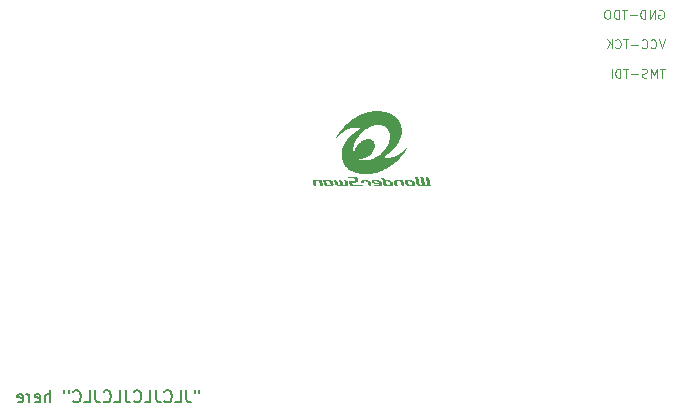
<source format=gbr>
%TF.GenerationSoftware,KiCad,Pcbnew,9.0.1*%
%TF.CreationDate,2025-04-21T15:30:43-04:00*%
%TF.ProjectId,AliWSV3,416c6957-5356-4332-9e6b-696361645f70,rev?*%
%TF.SameCoordinates,Original*%
%TF.FileFunction,Legend,Bot*%
%TF.FilePolarity,Positive*%
%FSLAX46Y46*%
G04 Gerber Fmt 4.6, Leading zero omitted, Abs format (unit mm)*
G04 Created by KiCad (PCBNEW 9.0.1) date 2025-04-21 15:30:43*
%MOMM*%
%LPD*%
G01*
G04 APERTURE LIST*
%ADD10C,0.093750*%
%ADD11C,0.150000*%
%ADD12C,0.000000*%
G04 APERTURE END LIST*
D10*
X154866894Y-122153339D02*
X154438323Y-122153339D01*
X154652608Y-122903339D02*
X154652608Y-122153339D01*
X154188322Y-122903339D02*
X154188322Y-122153339D01*
X154188322Y-122153339D02*
X153938322Y-122689053D01*
X153938322Y-122689053D02*
X153688322Y-122153339D01*
X153688322Y-122153339D02*
X153688322Y-122903339D01*
X153366893Y-122867625D02*
X153259751Y-122903339D01*
X153259751Y-122903339D02*
X153081179Y-122903339D01*
X153081179Y-122903339D02*
X153009751Y-122867625D01*
X153009751Y-122867625D02*
X152974036Y-122831910D01*
X152974036Y-122831910D02*
X152938322Y-122760482D01*
X152938322Y-122760482D02*
X152938322Y-122689053D01*
X152938322Y-122689053D02*
X152974036Y-122617625D01*
X152974036Y-122617625D02*
X153009751Y-122581910D01*
X153009751Y-122581910D02*
X153081179Y-122546196D01*
X153081179Y-122546196D02*
X153224036Y-122510482D01*
X153224036Y-122510482D02*
X153295465Y-122474767D01*
X153295465Y-122474767D02*
X153331179Y-122439053D01*
X153331179Y-122439053D02*
X153366893Y-122367625D01*
X153366893Y-122367625D02*
X153366893Y-122296196D01*
X153366893Y-122296196D02*
X153331179Y-122224767D01*
X153331179Y-122224767D02*
X153295465Y-122189053D01*
X153295465Y-122189053D02*
X153224036Y-122153339D01*
X153224036Y-122153339D02*
X153045465Y-122153339D01*
X153045465Y-122153339D02*
X152938322Y-122189053D01*
X152616893Y-122617625D02*
X152045465Y-122617625D01*
X151795465Y-122153339D02*
X151366894Y-122153339D01*
X151581179Y-122903339D02*
X151581179Y-122153339D01*
X151116893Y-122903339D02*
X151116893Y-122153339D01*
X151116893Y-122153339D02*
X150938322Y-122153339D01*
X150938322Y-122153339D02*
X150831179Y-122189053D01*
X150831179Y-122189053D02*
X150759750Y-122260482D01*
X150759750Y-122260482D02*
X150724036Y-122331910D01*
X150724036Y-122331910D02*
X150688322Y-122474767D01*
X150688322Y-122474767D02*
X150688322Y-122581910D01*
X150688322Y-122581910D02*
X150724036Y-122724767D01*
X150724036Y-122724767D02*
X150759750Y-122796196D01*
X150759750Y-122796196D02*
X150831179Y-122867625D01*
X150831179Y-122867625D02*
X150938322Y-122903339D01*
X150938322Y-122903339D02*
X151116893Y-122903339D01*
X150366893Y-122903339D02*
X150366893Y-122153339D01*
D11*
X115460839Y-149369819D02*
X115460839Y-149560295D01*
X115079887Y-149369819D02*
X115079887Y-149560295D01*
X114365601Y-149369819D02*
X114365601Y-150084104D01*
X114365601Y-150084104D02*
X114413220Y-150226961D01*
X114413220Y-150226961D02*
X114508458Y-150322200D01*
X114508458Y-150322200D02*
X114651315Y-150369819D01*
X114651315Y-150369819D02*
X114746553Y-150369819D01*
X113413220Y-150369819D02*
X113889410Y-150369819D01*
X113889410Y-150369819D02*
X113889410Y-149369819D01*
X112508458Y-150274580D02*
X112556077Y-150322200D01*
X112556077Y-150322200D02*
X112698934Y-150369819D01*
X112698934Y-150369819D02*
X112794172Y-150369819D01*
X112794172Y-150369819D02*
X112937029Y-150322200D01*
X112937029Y-150322200D02*
X113032267Y-150226961D01*
X113032267Y-150226961D02*
X113079886Y-150131723D01*
X113079886Y-150131723D02*
X113127505Y-149941247D01*
X113127505Y-149941247D02*
X113127505Y-149798390D01*
X113127505Y-149798390D02*
X113079886Y-149607914D01*
X113079886Y-149607914D02*
X113032267Y-149512676D01*
X113032267Y-149512676D02*
X112937029Y-149417438D01*
X112937029Y-149417438D02*
X112794172Y-149369819D01*
X112794172Y-149369819D02*
X112698934Y-149369819D01*
X112698934Y-149369819D02*
X112556077Y-149417438D01*
X112556077Y-149417438D02*
X112508458Y-149465057D01*
X111794172Y-149369819D02*
X111794172Y-150084104D01*
X111794172Y-150084104D02*
X111841791Y-150226961D01*
X111841791Y-150226961D02*
X111937029Y-150322200D01*
X111937029Y-150322200D02*
X112079886Y-150369819D01*
X112079886Y-150369819D02*
X112175124Y-150369819D01*
X110841791Y-150369819D02*
X111317981Y-150369819D01*
X111317981Y-150369819D02*
X111317981Y-149369819D01*
X109937029Y-150274580D02*
X109984648Y-150322200D01*
X109984648Y-150322200D02*
X110127505Y-150369819D01*
X110127505Y-150369819D02*
X110222743Y-150369819D01*
X110222743Y-150369819D02*
X110365600Y-150322200D01*
X110365600Y-150322200D02*
X110460838Y-150226961D01*
X110460838Y-150226961D02*
X110508457Y-150131723D01*
X110508457Y-150131723D02*
X110556076Y-149941247D01*
X110556076Y-149941247D02*
X110556076Y-149798390D01*
X110556076Y-149798390D02*
X110508457Y-149607914D01*
X110508457Y-149607914D02*
X110460838Y-149512676D01*
X110460838Y-149512676D02*
X110365600Y-149417438D01*
X110365600Y-149417438D02*
X110222743Y-149369819D01*
X110222743Y-149369819D02*
X110127505Y-149369819D01*
X110127505Y-149369819D02*
X109984648Y-149417438D01*
X109984648Y-149417438D02*
X109937029Y-149465057D01*
X109222743Y-149369819D02*
X109222743Y-150084104D01*
X109222743Y-150084104D02*
X109270362Y-150226961D01*
X109270362Y-150226961D02*
X109365600Y-150322200D01*
X109365600Y-150322200D02*
X109508457Y-150369819D01*
X109508457Y-150369819D02*
X109603695Y-150369819D01*
X108270362Y-150369819D02*
X108746552Y-150369819D01*
X108746552Y-150369819D02*
X108746552Y-149369819D01*
X107365600Y-150274580D02*
X107413219Y-150322200D01*
X107413219Y-150322200D02*
X107556076Y-150369819D01*
X107556076Y-150369819D02*
X107651314Y-150369819D01*
X107651314Y-150369819D02*
X107794171Y-150322200D01*
X107794171Y-150322200D02*
X107889409Y-150226961D01*
X107889409Y-150226961D02*
X107937028Y-150131723D01*
X107937028Y-150131723D02*
X107984647Y-149941247D01*
X107984647Y-149941247D02*
X107984647Y-149798390D01*
X107984647Y-149798390D02*
X107937028Y-149607914D01*
X107937028Y-149607914D02*
X107889409Y-149512676D01*
X107889409Y-149512676D02*
X107794171Y-149417438D01*
X107794171Y-149417438D02*
X107651314Y-149369819D01*
X107651314Y-149369819D02*
X107556076Y-149369819D01*
X107556076Y-149369819D02*
X107413219Y-149417438D01*
X107413219Y-149417438D02*
X107365600Y-149465057D01*
X106651314Y-149369819D02*
X106651314Y-150084104D01*
X106651314Y-150084104D02*
X106698933Y-150226961D01*
X106698933Y-150226961D02*
X106794171Y-150322200D01*
X106794171Y-150322200D02*
X106937028Y-150369819D01*
X106937028Y-150369819D02*
X107032266Y-150369819D01*
X105698933Y-150369819D02*
X106175123Y-150369819D01*
X106175123Y-150369819D02*
X106175123Y-149369819D01*
X104794171Y-150274580D02*
X104841790Y-150322200D01*
X104841790Y-150322200D02*
X104984647Y-150369819D01*
X104984647Y-150369819D02*
X105079885Y-150369819D01*
X105079885Y-150369819D02*
X105222742Y-150322200D01*
X105222742Y-150322200D02*
X105317980Y-150226961D01*
X105317980Y-150226961D02*
X105365599Y-150131723D01*
X105365599Y-150131723D02*
X105413218Y-149941247D01*
X105413218Y-149941247D02*
X105413218Y-149798390D01*
X105413218Y-149798390D02*
X105365599Y-149607914D01*
X105365599Y-149607914D02*
X105317980Y-149512676D01*
X105317980Y-149512676D02*
X105222742Y-149417438D01*
X105222742Y-149417438D02*
X105079885Y-149369819D01*
X105079885Y-149369819D02*
X104984647Y-149369819D01*
X104984647Y-149369819D02*
X104841790Y-149417438D01*
X104841790Y-149417438D02*
X104794171Y-149465057D01*
X104413218Y-149369819D02*
X104413218Y-149560295D01*
X104032266Y-149369819D02*
X104032266Y-149560295D01*
X102841789Y-150369819D02*
X102841789Y-149369819D01*
X102413218Y-150369819D02*
X102413218Y-149846009D01*
X102413218Y-149846009D02*
X102460837Y-149750771D01*
X102460837Y-149750771D02*
X102556075Y-149703152D01*
X102556075Y-149703152D02*
X102698932Y-149703152D01*
X102698932Y-149703152D02*
X102794170Y-149750771D01*
X102794170Y-149750771D02*
X102841789Y-149798390D01*
X101556075Y-150322200D02*
X101651313Y-150369819D01*
X101651313Y-150369819D02*
X101841789Y-150369819D01*
X101841789Y-150369819D02*
X101937027Y-150322200D01*
X101937027Y-150322200D02*
X101984646Y-150226961D01*
X101984646Y-150226961D02*
X101984646Y-149846009D01*
X101984646Y-149846009D02*
X101937027Y-149750771D01*
X101937027Y-149750771D02*
X101841789Y-149703152D01*
X101841789Y-149703152D02*
X101651313Y-149703152D01*
X101651313Y-149703152D02*
X101556075Y-149750771D01*
X101556075Y-149750771D02*
X101508456Y-149846009D01*
X101508456Y-149846009D02*
X101508456Y-149941247D01*
X101508456Y-149941247D02*
X101984646Y-150036485D01*
X101079884Y-150369819D02*
X101079884Y-149703152D01*
X101079884Y-149893628D02*
X101032265Y-149798390D01*
X101032265Y-149798390D02*
X100984646Y-149750771D01*
X100984646Y-149750771D02*
X100889408Y-149703152D01*
X100889408Y-149703152D02*
X100794170Y-149703152D01*
X100079884Y-150322200D02*
X100175122Y-150369819D01*
X100175122Y-150369819D02*
X100365598Y-150369819D01*
X100365598Y-150369819D02*
X100460836Y-150322200D01*
X100460836Y-150322200D02*
X100508455Y-150226961D01*
X100508455Y-150226961D02*
X100508455Y-149846009D01*
X100508455Y-149846009D02*
X100460836Y-149750771D01*
X100460836Y-149750771D02*
X100365598Y-149703152D01*
X100365598Y-149703152D02*
X100175122Y-149703152D01*
X100175122Y-149703152D02*
X100079884Y-149750771D01*
X100079884Y-149750771D02*
X100032265Y-149846009D01*
X100032265Y-149846009D02*
X100032265Y-149941247D01*
X100032265Y-149941247D02*
X100508455Y-150036485D01*
D10*
X154366894Y-117189053D02*
X154438323Y-117153339D01*
X154438323Y-117153339D02*
X154545465Y-117153339D01*
X154545465Y-117153339D02*
X154652608Y-117189053D01*
X154652608Y-117189053D02*
X154724037Y-117260482D01*
X154724037Y-117260482D02*
X154759751Y-117331910D01*
X154759751Y-117331910D02*
X154795465Y-117474767D01*
X154795465Y-117474767D02*
X154795465Y-117581910D01*
X154795465Y-117581910D02*
X154759751Y-117724767D01*
X154759751Y-117724767D02*
X154724037Y-117796196D01*
X154724037Y-117796196D02*
X154652608Y-117867625D01*
X154652608Y-117867625D02*
X154545465Y-117903339D01*
X154545465Y-117903339D02*
X154474037Y-117903339D01*
X154474037Y-117903339D02*
X154366894Y-117867625D01*
X154366894Y-117867625D02*
X154331180Y-117831910D01*
X154331180Y-117831910D02*
X154331180Y-117581910D01*
X154331180Y-117581910D02*
X154474037Y-117581910D01*
X154009751Y-117903339D02*
X154009751Y-117153339D01*
X154009751Y-117153339D02*
X153581180Y-117903339D01*
X153581180Y-117903339D02*
X153581180Y-117153339D01*
X153224037Y-117903339D02*
X153224037Y-117153339D01*
X153224037Y-117153339D02*
X153045466Y-117153339D01*
X153045466Y-117153339D02*
X152938323Y-117189053D01*
X152938323Y-117189053D02*
X152866894Y-117260482D01*
X152866894Y-117260482D02*
X152831180Y-117331910D01*
X152831180Y-117331910D02*
X152795466Y-117474767D01*
X152795466Y-117474767D02*
X152795466Y-117581910D01*
X152795466Y-117581910D02*
X152831180Y-117724767D01*
X152831180Y-117724767D02*
X152866894Y-117796196D01*
X152866894Y-117796196D02*
X152938323Y-117867625D01*
X152938323Y-117867625D02*
X153045466Y-117903339D01*
X153045466Y-117903339D02*
X153224037Y-117903339D01*
X152474037Y-117617625D02*
X151902609Y-117617625D01*
X151652609Y-117153339D02*
X151224038Y-117153339D01*
X151438323Y-117903339D02*
X151438323Y-117153339D01*
X150974037Y-117903339D02*
X150974037Y-117153339D01*
X150974037Y-117153339D02*
X150795466Y-117153339D01*
X150795466Y-117153339D02*
X150688323Y-117189053D01*
X150688323Y-117189053D02*
X150616894Y-117260482D01*
X150616894Y-117260482D02*
X150581180Y-117331910D01*
X150581180Y-117331910D02*
X150545466Y-117474767D01*
X150545466Y-117474767D02*
X150545466Y-117581910D01*
X150545466Y-117581910D02*
X150581180Y-117724767D01*
X150581180Y-117724767D02*
X150616894Y-117796196D01*
X150616894Y-117796196D02*
X150688323Y-117867625D01*
X150688323Y-117867625D02*
X150795466Y-117903339D01*
X150795466Y-117903339D02*
X150974037Y-117903339D01*
X150081180Y-117153339D02*
X149938323Y-117153339D01*
X149938323Y-117153339D02*
X149866894Y-117189053D01*
X149866894Y-117189053D02*
X149795466Y-117260482D01*
X149795466Y-117260482D02*
X149759751Y-117403339D01*
X149759751Y-117403339D02*
X149759751Y-117653339D01*
X149759751Y-117653339D02*
X149795466Y-117796196D01*
X149795466Y-117796196D02*
X149866894Y-117867625D01*
X149866894Y-117867625D02*
X149938323Y-117903339D01*
X149938323Y-117903339D02*
X150081180Y-117903339D01*
X150081180Y-117903339D02*
X150152609Y-117867625D01*
X150152609Y-117867625D02*
X150224037Y-117796196D01*
X150224037Y-117796196D02*
X150259751Y-117653339D01*
X150259751Y-117653339D02*
X150259751Y-117403339D01*
X150259751Y-117403339D02*
X150224037Y-117260482D01*
X150224037Y-117260482D02*
X150152609Y-117189053D01*
X150152609Y-117189053D02*
X150081180Y-117153339D01*
X154866894Y-119653339D02*
X154616894Y-120403339D01*
X154616894Y-120403339D02*
X154366894Y-119653339D01*
X153688323Y-120331910D02*
X153724037Y-120367625D01*
X153724037Y-120367625D02*
X153831180Y-120403339D01*
X153831180Y-120403339D02*
X153902608Y-120403339D01*
X153902608Y-120403339D02*
X154009751Y-120367625D01*
X154009751Y-120367625D02*
X154081180Y-120296196D01*
X154081180Y-120296196D02*
X154116894Y-120224767D01*
X154116894Y-120224767D02*
X154152608Y-120081910D01*
X154152608Y-120081910D02*
X154152608Y-119974767D01*
X154152608Y-119974767D02*
X154116894Y-119831910D01*
X154116894Y-119831910D02*
X154081180Y-119760482D01*
X154081180Y-119760482D02*
X154009751Y-119689053D01*
X154009751Y-119689053D02*
X153902608Y-119653339D01*
X153902608Y-119653339D02*
X153831180Y-119653339D01*
X153831180Y-119653339D02*
X153724037Y-119689053D01*
X153724037Y-119689053D02*
X153688323Y-119724767D01*
X152938323Y-120331910D02*
X152974037Y-120367625D01*
X152974037Y-120367625D02*
X153081180Y-120403339D01*
X153081180Y-120403339D02*
X153152608Y-120403339D01*
X153152608Y-120403339D02*
X153259751Y-120367625D01*
X153259751Y-120367625D02*
X153331180Y-120296196D01*
X153331180Y-120296196D02*
X153366894Y-120224767D01*
X153366894Y-120224767D02*
X153402608Y-120081910D01*
X153402608Y-120081910D02*
X153402608Y-119974767D01*
X153402608Y-119974767D02*
X153366894Y-119831910D01*
X153366894Y-119831910D02*
X153331180Y-119760482D01*
X153331180Y-119760482D02*
X153259751Y-119689053D01*
X153259751Y-119689053D02*
X153152608Y-119653339D01*
X153152608Y-119653339D02*
X153081180Y-119653339D01*
X153081180Y-119653339D02*
X152974037Y-119689053D01*
X152974037Y-119689053D02*
X152938323Y-119724767D01*
X152616894Y-120117625D02*
X152045466Y-120117625D01*
X151795466Y-119653339D02*
X151366895Y-119653339D01*
X151581180Y-120403339D02*
X151581180Y-119653339D01*
X150688323Y-120331910D02*
X150724037Y-120367625D01*
X150724037Y-120367625D02*
X150831180Y-120403339D01*
X150831180Y-120403339D02*
X150902608Y-120403339D01*
X150902608Y-120403339D02*
X151009751Y-120367625D01*
X151009751Y-120367625D02*
X151081180Y-120296196D01*
X151081180Y-120296196D02*
X151116894Y-120224767D01*
X151116894Y-120224767D02*
X151152608Y-120081910D01*
X151152608Y-120081910D02*
X151152608Y-119974767D01*
X151152608Y-119974767D02*
X151116894Y-119831910D01*
X151116894Y-119831910D02*
X151081180Y-119760482D01*
X151081180Y-119760482D02*
X151009751Y-119689053D01*
X151009751Y-119689053D02*
X150902608Y-119653339D01*
X150902608Y-119653339D02*
X150831180Y-119653339D01*
X150831180Y-119653339D02*
X150724037Y-119689053D01*
X150724037Y-119689053D02*
X150688323Y-119724767D01*
X150366894Y-120403339D02*
X150366894Y-119653339D01*
X149938323Y-120403339D02*
X150259751Y-119974767D01*
X149938323Y-119653339D02*
X150366894Y-120081910D01*
D12*
%TO.C,G\u002A\u002A\u002A*%
G36*
X129844406Y-131653154D02*
G01*
X129848780Y-131656216D01*
X129872292Y-131672766D01*
X129894229Y-131688356D01*
X129914124Y-131702644D01*
X129931507Y-131715287D01*
X129945911Y-131725942D01*
X129956866Y-131734265D01*
X129963904Y-131739915D01*
X129966556Y-131742548D01*
X129966988Y-131744331D01*
X129968595Y-131751510D01*
X129971236Y-131763578D01*
X129974796Y-131779996D01*
X129979159Y-131800222D01*
X129984207Y-131823718D01*
X129989824Y-131849944D01*
X129995895Y-131878361D01*
X130002304Y-131908428D01*
X130006245Y-131926941D01*
X130012524Y-131956419D01*
X130018421Y-131984088D01*
X130023816Y-132009383D01*
X130028587Y-132031735D01*
X130032613Y-132050580D01*
X130035774Y-132065350D01*
X130037949Y-132075479D01*
X130039016Y-132080399D01*
X130041483Y-132091499D01*
X129912790Y-132090731D01*
X129784097Y-132089962D01*
X129749467Y-131927614D01*
X129745181Y-131907516D01*
X129738912Y-131878079D01*
X129733051Y-131850524D01*
X129727716Y-131825405D01*
X129723026Y-131803280D01*
X129719097Y-131784704D01*
X129716049Y-131770234D01*
X129713998Y-131760424D01*
X129713063Y-131755832D01*
X129712852Y-131754883D01*
X129711617Y-131751822D01*
X129709120Y-131748359D01*
X129704846Y-131744077D01*
X129698278Y-131738558D01*
X129688898Y-131731385D01*
X129676190Y-131722139D01*
X129659638Y-131710404D01*
X129638724Y-131695761D01*
X129566158Y-131645126D01*
X129506736Y-131646184D01*
X129490001Y-131646553D01*
X129469878Y-131647377D01*
X129454120Y-131648762D01*
X129441814Y-131650956D01*
X129432046Y-131654208D01*
X129423903Y-131658764D01*
X129416473Y-131664874D01*
X129408842Y-131672785D01*
X129405247Y-131676936D01*
X129395550Y-131691469D01*
X129390357Y-131706927D01*
X129388866Y-131725418D01*
X129389354Y-131736277D01*
X129391219Y-131746941D01*
X129394999Y-131757775D01*
X129401237Y-131770295D01*
X129410474Y-131786021D01*
X129411499Y-131787707D01*
X129416941Y-131797069D01*
X129420774Y-131804359D01*
X129422225Y-131808120D01*
X129421045Y-131808709D01*
X129414548Y-131809510D01*
X129402633Y-131810147D01*
X129385600Y-131810610D01*
X129363743Y-131810889D01*
X129337361Y-131810974D01*
X129252498Y-131810928D01*
X129192724Y-131769188D01*
X129132951Y-131727449D01*
X129133056Y-131715364D01*
X129133310Y-131709099D01*
X129137303Y-131685521D01*
X129145521Y-131661649D01*
X129157185Y-131639404D01*
X129171515Y-131620705D01*
X129180239Y-131611999D01*
X129196817Y-131598577D01*
X129215322Y-131587919D01*
X129237739Y-131578767D01*
X129261353Y-131570450D01*
X129492556Y-131569609D01*
X129723759Y-131568769D01*
X129844406Y-131653154D01*
G37*
G36*
X133738553Y-132000025D02*
G01*
X133741301Y-132014709D01*
X133743038Y-132024847D01*
X133743641Y-132029828D01*
X133741693Y-132044266D01*
X133734522Y-132060453D01*
X133722716Y-132074167D01*
X133706955Y-132084399D01*
X133691963Y-132091380D01*
X133421099Y-132091409D01*
X133150235Y-132091438D01*
X133028454Y-132006143D01*
X132906673Y-131920848D01*
X132876350Y-131777958D01*
X132874365Y-131768594D01*
X132867485Y-131735914D01*
X132861789Y-131708415D01*
X132857194Y-131685638D01*
X132855711Y-131677962D01*
X133114228Y-131677962D01*
X133114233Y-131678150D01*
X133114941Y-131683627D01*
X133116717Y-131693826D01*
X133119402Y-131707998D01*
X133122836Y-131725390D01*
X133126861Y-131745254D01*
X133131316Y-131766837D01*
X133136042Y-131789389D01*
X133140880Y-131812160D01*
X133145671Y-131834398D01*
X133150254Y-131855352D01*
X133154471Y-131874273D01*
X133158162Y-131890410D01*
X133161168Y-131903010D01*
X133163328Y-131911325D01*
X133164484Y-131914602D01*
X133164635Y-131914720D01*
X133168226Y-131917296D01*
X133175930Y-131922721D01*
X133187112Y-131930553D01*
X133201137Y-131940347D01*
X133217371Y-131951659D01*
X133235178Y-131964045D01*
X133303809Y-132011740D01*
X133381291Y-132011674D01*
X133400520Y-132011637D01*
X133420067Y-132011511D01*
X133434985Y-132011256D01*
X133445988Y-132010828D01*
X133453785Y-132010183D01*
X133459090Y-132009277D01*
X133462614Y-132008067D01*
X133465069Y-132006509D01*
X133467766Y-132004093D01*
X133475241Y-131993444D01*
X133477925Y-131981678D01*
X133477879Y-131981065D01*
X133476962Y-131975319D01*
X133474967Y-131964642D01*
X133472028Y-131949697D01*
X133468279Y-131931148D01*
X133463853Y-131909659D01*
X133458885Y-131885893D01*
X133453508Y-131860514D01*
X133429126Y-131746184D01*
X133357443Y-131695952D01*
X133285759Y-131645720D01*
X133214049Y-131645720D01*
X133209908Y-131645724D01*
X133186555Y-131645904D01*
X133166581Y-131646336D01*
X133150616Y-131646994D01*
X133139291Y-131647855D01*
X133133238Y-131648893D01*
X133123415Y-131654935D01*
X133116577Y-131665136D01*
X133114228Y-131677962D01*
X132855711Y-131677962D01*
X132853617Y-131667123D01*
X132850972Y-131652410D01*
X132849177Y-131641040D01*
X132848149Y-131632551D01*
X132847802Y-131626484D01*
X132848055Y-131622380D01*
X132850216Y-131613923D01*
X132857717Y-131598738D01*
X132868610Y-131585343D01*
X132881428Y-131575784D01*
X132894437Y-131568974D01*
X133168038Y-131568974D01*
X133441638Y-131568974D01*
X133562623Y-131653626D01*
X133683608Y-131738278D01*
X133713635Y-131878699D01*
X133713870Y-131879795D01*
X133719860Y-131908045D01*
X133725445Y-131934804D01*
X133730503Y-131959461D01*
X133734913Y-131981405D01*
X133734966Y-131981678D01*
X133738553Y-132000025D01*
G37*
G36*
X126090702Y-131566892D02*
G01*
X126125657Y-131566967D01*
X126163105Y-131567096D01*
X126202652Y-131567280D01*
X126243904Y-131567520D01*
X126292120Y-131567831D01*
X126337313Y-131568139D01*
X126377331Y-131568448D01*
X126412547Y-131568776D01*
X126443332Y-131569141D01*
X126470062Y-131569562D01*
X126493107Y-131570057D01*
X126512841Y-131570645D01*
X126529637Y-131571345D01*
X126543868Y-131572174D01*
X126555906Y-131573152D01*
X126566125Y-131574296D01*
X126574897Y-131575627D01*
X126582595Y-131577161D01*
X126589592Y-131578917D01*
X126596262Y-131580915D01*
X126602975Y-131583172D01*
X126610107Y-131585707D01*
X126632002Y-131594370D01*
X126668674Y-131613203D01*
X126701896Y-131636421D01*
X126732466Y-131664539D01*
X126740003Y-131672586D01*
X126761968Y-131699027D01*
X126780085Y-131726314D01*
X126794793Y-131755412D01*
X126806530Y-131787285D01*
X126815736Y-131822897D01*
X126822848Y-131863212D01*
X126826655Y-131899393D01*
X126826958Y-131935559D01*
X126823113Y-131967775D01*
X126815087Y-131996209D01*
X126802846Y-132021025D01*
X126786356Y-132042390D01*
X126785629Y-132043153D01*
X126767834Y-132058707D01*
X126747180Y-132070925D01*
X126722775Y-132080239D01*
X126693724Y-132087080D01*
X126688416Y-132087854D01*
X126675409Y-132088988D01*
X126657322Y-132089880D01*
X126633950Y-132090537D01*
X126605088Y-132090965D01*
X126570530Y-132091171D01*
X126468412Y-132091438D01*
X126412611Y-132052327D01*
X126356809Y-132013216D01*
X126432079Y-132011740D01*
X126447801Y-132011427D01*
X126467392Y-132010988D01*
X126482422Y-132010520D01*
X126493698Y-132009938D01*
X126502030Y-132009160D01*
X126508228Y-132008100D01*
X126513101Y-132006676D01*
X126517458Y-132004802D01*
X126522108Y-132002395D01*
X126526790Y-131999747D01*
X126545882Y-131985140D01*
X126560790Y-131967004D01*
X126570981Y-131946123D01*
X126575921Y-131923284D01*
X126576028Y-131917886D01*
X126575048Y-131905182D01*
X126572841Y-131888749D01*
X126569649Y-131869796D01*
X126565712Y-131849535D01*
X126561271Y-131829175D01*
X126556568Y-131809927D01*
X126551842Y-131793002D01*
X126547335Y-131779610D01*
X126541239Y-131765432D01*
X126524194Y-131736203D01*
X126502713Y-131710224D01*
X126477418Y-131687992D01*
X126448929Y-131670009D01*
X126417866Y-131656775D01*
X126384851Y-131648788D01*
X126376642Y-131647870D01*
X126361300Y-131646948D01*
X126341486Y-131646363D01*
X126318009Y-131646136D01*
X126291676Y-131646290D01*
X126220639Y-131647196D01*
X126267155Y-131864151D01*
X126267522Y-131865861D01*
X126274993Y-131900769D01*
X126282090Y-131934043D01*
X126288718Y-131965225D01*
X126294780Y-131993853D01*
X126300178Y-132019470D01*
X126304816Y-132041614D01*
X126308598Y-132059826D01*
X126311427Y-132073646D01*
X126313207Y-132082615D01*
X126313840Y-132086272D01*
X126313752Y-132087117D01*
X126312934Y-132088219D01*
X126310835Y-132089117D01*
X126306942Y-132089830D01*
X126300741Y-132090382D01*
X126291718Y-132090791D01*
X126279359Y-132091079D01*
X126263152Y-132091267D01*
X126242582Y-132091376D01*
X126217135Y-132091426D01*
X126186299Y-132091438D01*
X126058590Y-132091438D01*
X126003146Y-131830944D01*
X126002931Y-131829936D01*
X125994795Y-131791676D01*
X125987025Y-131755070D01*
X125979707Y-131720531D01*
X125972928Y-131688470D01*
X125966775Y-131659300D01*
X125961334Y-131633432D01*
X125956692Y-131611278D01*
X125952935Y-131593250D01*
X125950151Y-131579760D01*
X125948425Y-131571219D01*
X125947845Y-131568041D01*
X125949024Y-131567834D01*
X125955463Y-131567547D01*
X125967161Y-131567311D01*
X125983722Y-131567124D01*
X126004751Y-131566988D01*
X126029855Y-131566904D01*
X126058636Y-131566871D01*
X126090702Y-131566892D01*
G37*
G36*
X125716958Y-131569340D02*
G01*
X125741897Y-131569400D01*
X125763003Y-131569506D01*
X125780599Y-131569664D01*
X125795005Y-131569876D01*
X125806543Y-131570149D01*
X125815534Y-131570485D01*
X125822299Y-131570889D01*
X125827159Y-131571365D01*
X125830437Y-131571918D01*
X125832453Y-131572551D01*
X125833528Y-131573270D01*
X125833984Y-131574078D01*
X125834565Y-131576559D01*
X125836322Y-131584517D01*
X125839140Y-131597480D01*
X125842927Y-131615021D01*
X125847593Y-131636715D01*
X125853047Y-131662135D01*
X125859195Y-131690855D01*
X125865948Y-131722448D01*
X125873214Y-131756488D01*
X125880901Y-131792550D01*
X125888918Y-131830206D01*
X125895403Y-131860671D01*
X125903161Y-131897072D01*
X125910516Y-131931534D01*
X125917377Y-131963630D01*
X125923651Y-131992935D01*
X125929248Y-132019022D01*
X125934076Y-132041465D01*
X125938043Y-132059837D01*
X125941058Y-132073713D01*
X125943030Y-132082667D01*
X125943867Y-132086272D01*
X125944079Y-132087499D01*
X125943382Y-132088867D01*
X125940907Y-132089876D01*
X125935966Y-132090582D01*
X125927872Y-132091037D01*
X125915937Y-132091295D01*
X125899473Y-132091411D01*
X125877793Y-132091438D01*
X125810151Y-132091438D01*
X125739599Y-132042178D01*
X125734949Y-132038929D01*
X125717258Y-132026517D01*
X125701313Y-132015253D01*
X125687736Y-132005581D01*
X125677148Y-131997944D01*
X125670167Y-131992787D01*
X125667415Y-131990553D01*
X125666617Y-131987700D01*
X125664685Y-131979532D01*
X125661747Y-131966577D01*
X125657917Y-131949346D01*
X125653306Y-131928350D01*
X125648028Y-131904102D01*
X125642193Y-131877112D01*
X125635915Y-131847893D01*
X125629305Y-131816954D01*
X125592827Y-131645720D01*
X125474835Y-131645720D01*
X125442125Y-131645782D01*
X125414028Y-131645979D01*
X125391144Y-131646321D01*
X125373124Y-131646819D01*
X125359621Y-131647481D01*
X125350284Y-131648318D01*
X125344765Y-131649339D01*
X125338126Y-131651885D01*
X125324317Y-131661309D01*
X125313739Y-131674594D01*
X125307547Y-131690462D01*
X125307272Y-131691780D01*
X125306714Y-131695154D01*
X125306425Y-131698907D01*
X125306487Y-131703486D01*
X125306981Y-131709343D01*
X125307988Y-131716926D01*
X125309589Y-131726685D01*
X125311865Y-131739069D01*
X125314898Y-131754528D01*
X125318769Y-131773510D01*
X125323559Y-131796466D01*
X125329348Y-131823845D01*
X125336219Y-131856096D01*
X125344253Y-131893669D01*
X125346605Y-131904656D01*
X125353465Y-131936656D01*
X125359955Y-131966862D01*
X125365967Y-131994778D01*
X125371393Y-132019906D01*
X125376125Y-132041747D01*
X125380057Y-132059805D01*
X125383079Y-132073582D01*
X125385085Y-132082581D01*
X125385967Y-132086303D01*
X125386119Y-132087341D01*
X125385508Y-132088403D01*
X125383544Y-132089259D01*
X125379721Y-132089923D01*
X125373535Y-132090416D01*
X125364479Y-132090753D01*
X125352048Y-132090954D01*
X125335736Y-132091034D01*
X125315038Y-132091012D01*
X125289448Y-132090905D01*
X125258460Y-132090731D01*
X125129350Y-132089962D01*
X125088449Y-131899573D01*
X125081087Y-131865238D01*
X125073836Y-131831228D01*
X125067698Y-131802145D01*
X125062588Y-131777541D01*
X125058422Y-131756971D01*
X125055115Y-131739989D01*
X125052584Y-131726148D01*
X125050744Y-131715002D01*
X125049512Y-131706104D01*
X125048802Y-131699009D01*
X125048530Y-131693270D01*
X125048614Y-131688440D01*
X125052227Y-131666656D01*
X125061384Y-131644571D01*
X125075635Y-131624283D01*
X125094602Y-131606223D01*
X125117908Y-131590820D01*
X125145173Y-131578505D01*
X125167245Y-131570450D01*
X125499839Y-131569651D01*
X125523536Y-131569594D01*
X125572455Y-131569484D01*
X125615936Y-131569399D01*
X125654299Y-131569344D01*
X125687866Y-131569323D01*
X125716958Y-131569340D01*
G37*
G36*
X132339560Y-131568969D02*
G01*
X132391720Y-131568974D01*
X132718139Y-131568974D01*
X132773370Y-131827992D01*
X132781472Y-131866013D01*
X132789248Y-131902553D01*
X132796576Y-131937034D01*
X132803368Y-131969043D01*
X132809537Y-131998167D01*
X132814996Y-132023994D01*
X132819657Y-132046111D01*
X132823434Y-132064105D01*
X132826239Y-132077563D01*
X132827985Y-132086074D01*
X132828585Y-132089224D01*
X132827783Y-132089565D01*
X132822189Y-132090166D01*
X132811960Y-132090681D01*
X132797927Y-132091083D01*
X132780922Y-132091344D01*
X132761775Y-132091438D01*
X132694981Y-132091438D01*
X132623386Y-132041352D01*
X132606400Y-132029391D01*
X132586149Y-132014834D01*
X132570575Y-132003208D01*
X132559500Y-131994374D01*
X132552744Y-131988195D01*
X132550128Y-131984530D01*
X132549688Y-131982586D01*
X132548063Y-131975134D01*
X132545403Y-131962800D01*
X132541826Y-131946132D01*
X132537449Y-131925676D01*
X132532389Y-131901980D01*
X132526762Y-131875591D01*
X132520687Y-131847056D01*
X132514279Y-131816923D01*
X132510143Y-131797477D01*
X132503943Y-131768396D01*
X132498152Y-131741307D01*
X132492886Y-131716752D01*
X132488261Y-131695270D01*
X132484394Y-131677402D01*
X132481400Y-131663689D01*
X132479397Y-131654670D01*
X132478501Y-131650886D01*
X132478446Y-131650719D01*
X132477635Y-131649449D01*
X132475819Y-131648414D01*
X132472452Y-131647590D01*
X132466992Y-131646953D01*
X132458893Y-131646479D01*
X132447611Y-131646145D01*
X132432603Y-131645928D01*
X132413324Y-131645803D01*
X132389230Y-131645747D01*
X132359777Y-131645737D01*
X132342846Y-131645761D01*
X132313090Y-131645930D01*
X132287295Y-131646249D01*
X132265850Y-131646710D01*
X132249142Y-131647303D01*
X132237560Y-131648020D01*
X132231493Y-131648849D01*
X132224965Y-131651335D01*
X132212691Y-131659065D01*
X132201990Y-131669313D01*
X132194975Y-131680263D01*
X132194534Y-131681392D01*
X132192015Y-131691375D01*
X132190987Y-131701956D01*
X132190996Y-131702270D01*
X132191751Y-131707937D01*
X132193638Y-131718775D01*
X132196550Y-131734250D01*
X132200381Y-131753830D01*
X132205023Y-131776983D01*
X132210371Y-131803174D01*
X132216316Y-131831872D01*
X132222754Y-131862543D01*
X132229576Y-131894654D01*
X132230571Y-131899309D01*
X132237363Y-131931097D01*
X132243804Y-131961260D01*
X132249785Y-131989278D01*
X132255193Y-132014632D01*
X132259920Y-132036806D01*
X132263853Y-132055280D01*
X132266884Y-132069536D01*
X132268901Y-132079055D01*
X132269794Y-132083320D01*
X132271423Y-132091438D01*
X132142652Y-132091438D01*
X132124313Y-132091423D01*
X132098605Y-132091350D01*
X132075210Y-132091221D01*
X132054727Y-132091044D01*
X132037754Y-132090826D01*
X132024890Y-132090572D01*
X132016733Y-132090290D01*
X132013881Y-132089986D01*
X132013825Y-132089651D01*
X132012873Y-132084950D01*
X132010818Y-132075110D01*
X132007765Y-132060619D01*
X132003816Y-132041964D01*
X131999075Y-132019632D01*
X131993645Y-131994111D01*
X131987631Y-131965888D01*
X131981134Y-131935451D01*
X131974260Y-131903287D01*
X131972618Y-131895604D01*
X131965730Y-131863303D01*
X131959195Y-131832528D01*
X131953124Y-131803810D01*
X131947629Y-131777680D01*
X131942819Y-131754669D01*
X131938806Y-131735307D01*
X131935702Y-131720125D01*
X131933616Y-131709653D01*
X131932661Y-131704423D01*
X131932390Y-131690654D01*
X131935338Y-131673021D01*
X131941180Y-131655133D01*
X131949357Y-131639169D01*
X131950785Y-131637005D01*
X131966380Y-131618427D01*
X131986268Y-131601758D01*
X132009026Y-131588213D01*
X132013056Y-131586223D01*
X132018521Y-131583510D01*
X132023620Y-131581096D01*
X132028700Y-131578965D01*
X132034110Y-131577098D01*
X132040198Y-131575479D01*
X132047312Y-131574090D01*
X132055802Y-131572912D01*
X132066015Y-131571930D01*
X132078299Y-131571125D01*
X132093004Y-131570480D01*
X132110476Y-131569977D01*
X132131066Y-131569599D01*
X132155120Y-131569328D01*
X132182988Y-131569147D01*
X132215017Y-131569038D01*
X132251557Y-131568984D01*
X132292955Y-131568967D01*
X132339560Y-131568969D01*
G37*
G36*
X130910771Y-131808252D02*
G01*
X130915980Y-131832969D01*
X130921354Y-131858820D01*
X130926753Y-131885114D01*
X130932039Y-131911162D01*
X130937071Y-131936272D01*
X130941710Y-131959753D01*
X130945817Y-131980914D01*
X130949252Y-131999065D01*
X130951875Y-132013514D01*
X130953548Y-132023571D01*
X130954130Y-132028545D01*
X130954058Y-132031256D01*
X130950400Y-132049431D01*
X130941725Y-132065528D01*
X130928743Y-132078549D01*
X130912164Y-132087498D01*
X130911477Y-132087696D01*
X130907080Y-132088323D01*
X130899313Y-132088878D01*
X130887923Y-132089365D01*
X130872656Y-132089788D01*
X130853259Y-132090149D01*
X130829478Y-132090451D01*
X130801061Y-132090699D01*
X130767754Y-132090896D01*
X130729304Y-132091045D01*
X130685457Y-132091150D01*
X130635960Y-132091213D01*
X130369381Y-132091438D01*
X130316504Y-132053803D01*
X130309621Y-132048885D01*
X130294900Y-132038237D01*
X130282241Y-132028898D01*
X130272335Y-132021391D01*
X130265875Y-132016236D01*
X130263553Y-132013954D01*
X130264797Y-132013708D01*
X130271278Y-132013350D01*
X130282875Y-132013015D01*
X130299113Y-132012708D01*
X130319516Y-132012433D01*
X130343609Y-132012198D01*
X130370918Y-132012005D01*
X130400965Y-132011861D01*
X130433278Y-132011771D01*
X130467379Y-132011740D01*
X130671278Y-132011740D01*
X130679907Y-132003112D01*
X130682124Y-132000769D01*
X130687163Y-131992662D01*
X130688535Y-131982685D01*
X130688500Y-131981579D01*
X130687627Y-131973698D01*
X130685787Y-131961888D01*
X130683264Y-131947636D01*
X130680341Y-131932425D01*
X130677300Y-131917739D01*
X130674424Y-131905064D01*
X130671997Y-131895883D01*
X130671487Y-131894931D01*
X130670195Y-131894020D01*
X130667722Y-131893251D01*
X130663639Y-131892610D01*
X130657518Y-131892087D01*
X130648928Y-131891670D01*
X130637440Y-131891347D01*
X130622625Y-131891105D01*
X130604054Y-131890934D01*
X130581296Y-131890822D01*
X130553923Y-131890756D01*
X130521506Y-131890725D01*
X130483614Y-131890717D01*
X130296802Y-131890717D01*
X130173139Y-131804165D01*
X130049476Y-131717613D01*
X130045690Y-131703067D01*
X130040751Y-131677048D01*
X130040643Y-131673350D01*
X130270162Y-131673350D01*
X130270179Y-131679278D01*
X130271401Y-131687957D01*
X130273846Y-131700896D01*
X130275150Y-131707360D01*
X130277590Y-131718578D01*
X130279630Y-131726883D01*
X130280929Y-131730830D01*
X130281538Y-131731445D01*
X130286128Y-131735110D01*
X130294537Y-131741411D01*
X130306040Y-131749817D01*
X130319915Y-131759797D01*
X130335436Y-131770819D01*
X130388205Y-131808068D01*
X130520979Y-131808068D01*
X130653754Y-131808068D01*
X130652174Y-131801426D01*
X130651906Y-131800273D01*
X130650306Y-131793067D01*
X130648009Y-131782456D01*
X130645418Y-131770291D01*
X130640241Y-131745798D01*
X130568529Y-131695759D01*
X130496818Y-131645720D01*
X130396237Y-131645720D01*
X130380478Y-131645725D01*
X130354473Y-131645794D01*
X130333462Y-131646019D01*
X130316847Y-131646489D01*
X130304030Y-131647293D01*
X130294413Y-131648523D01*
X130287400Y-131650267D01*
X130282391Y-131652616D01*
X130278790Y-131655659D01*
X130275999Y-131659487D01*
X130273419Y-131664189D01*
X130271332Y-131668661D01*
X130270162Y-131673350D01*
X130040643Y-131673350D01*
X130040045Y-131652955D01*
X130043752Y-131632084D01*
X130045442Y-131627086D01*
X130050059Y-131617209D01*
X130056819Y-131607766D01*
X130067024Y-131596784D01*
X130069078Y-131594690D01*
X130073213Y-131590341D01*
X130076937Y-131586510D01*
X130080622Y-131583164D01*
X130084640Y-131580270D01*
X130089362Y-131577795D01*
X130095158Y-131575708D01*
X130102402Y-131573975D01*
X130111463Y-131572563D01*
X130122713Y-131571441D01*
X130136525Y-131570575D01*
X130153269Y-131569934D01*
X130173316Y-131569484D01*
X130197038Y-131569192D01*
X130224807Y-131569027D01*
X130256993Y-131568955D01*
X130293969Y-131568944D01*
X130336105Y-131568961D01*
X130383774Y-131568974D01*
X130653556Y-131568974D01*
X130774424Y-131653588D01*
X130775794Y-131654547D01*
X130807258Y-131676687D01*
X130834068Y-131695781D01*
X130856181Y-131711793D01*
X130873549Y-131724691D01*
X130886127Y-131734440D01*
X130893869Y-131741006D01*
X130896729Y-131744355D01*
X130897533Y-131747820D01*
X130901408Y-131764987D01*
X130905868Y-131785362D01*
X130910732Y-131808068D01*
X130910771Y-131808252D01*
G37*
G36*
X127093304Y-131606134D02*
G01*
X127099852Y-131610732D01*
X127114894Y-131621412D01*
X127128009Y-131630884D01*
X127138466Y-131638611D01*
X127145532Y-131644054D01*
X127148474Y-131646675D01*
X127149229Y-131649124D01*
X127151161Y-131656897D01*
X127154077Y-131669369D01*
X127157842Y-131685946D01*
X127162324Y-131706037D01*
X127167391Y-131729047D01*
X127172908Y-131754385D01*
X127178742Y-131781456D01*
X127206920Y-131912856D01*
X127277427Y-131962298D01*
X127347935Y-132011740D01*
X127374418Y-132011740D01*
X127375819Y-132011740D01*
X127387856Y-132011661D01*
X127395152Y-132011242D01*
X127398773Y-132010198D01*
X127399781Y-132008245D01*
X127399242Y-132005098D01*
X127398555Y-132002034D01*
X127396703Y-131993506D01*
X127393812Y-131980086D01*
X127389985Y-131962245D01*
X127385323Y-131940458D01*
X127379925Y-131915197D01*
X127373895Y-131886936D01*
X127367332Y-131856148D01*
X127360338Y-131823305D01*
X127353014Y-131788881D01*
X127346620Y-131758838D01*
X127339588Y-131725842D01*
X127332977Y-131694871D01*
X127326887Y-131666393D01*
X127321418Y-131640877D01*
X127316672Y-131618792D01*
X127312750Y-131600608D01*
X127309750Y-131586791D01*
X127307776Y-131577812D01*
X127306926Y-131574140D01*
X127306752Y-131573275D01*
X127307186Y-131571939D01*
X127309132Y-131570912D01*
X127313218Y-131570153D01*
X127320070Y-131569621D01*
X127330317Y-131569278D01*
X127344585Y-131569082D01*
X127363501Y-131568994D01*
X127387694Y-131568974D01*
X127469982Y-131568974D01*
X127524591Y-131607423D01*
X127579200Y-131645872D01*
X127606510Y-131774936D01*
X127610731Y-131794864D01*
X127616187Y-131820562D01*
X127621203Y-131844122D01*
X127625649Y-131864938D01*
X127629396Y-131882404D01*
X127632314Y-131895913D01*
X127634272Y-131904858D01*
X127635142Y-131908633D01*
X127635364Y-131909022D01*
X127639117Y-131912573D01*
X127646966Y-131918890D01*
X127658292Y-131927508D01*
X127672473Y-131937959D01*
X127688889Y-131949780D01*
X127706921Y-131962503D01*
X127777379Y-132011740D01*
X127803746Y-132011740D01*
X127830113Y-132011740D01*
X127783524Y-131794047D01*
X127782974Y-131791476D01*
X127775518Y-131756588D01*
X127768438Y-131723377D01*
X127761830Y-131692298D01*
X127755790Y-131663807D01*
X127750414Y-131638357D01*
X127745798Y-131616404D01*
X127742037Y-131598404D01*
X127739228Y-131584810D01*
X127737467Y-131576078D01*
X127736849Y-131572664D01*
X127737548Y-131571777D01*
X127740957Y-131570822D01*
X127747672Y-131570094D01*
X127758212Y-131569568D01*
X127773096Y-131569222D01*
X127792845Y-131569032D01*
X127817976Y-131568974D01*
X127899190Y-131568974D01*
X127952556Y-131606334D01*
X127959084Y-131610936D01*
X127974262Y-131621901D01*
X127987537Y-131631856D01*
X127998167Y-131640222D01*
X128005406Y-131646420D01*
X128008512Y-131649873D01*
X128008726Y-131650606D01*
X128010076Y-131656256D01*
X128012490Y-131666913D01*
X128015849Y-131682028D01*
X128020036Y-131701051D01*
X128024931Y-131723432D01*
X128030417Y-131748624D01*
X128036374Y-131776075D01*
X128042686Y-131805237D01*
X128049233Y-131835561D01*
X128055897Y-131866498D01*
X128062559Y-131897497D01*
X128069102Y-131928010D01*
X128075406Y-131957488D01*
X128081354Y-131985380D01*
X128086827Y-132011139D01*
X128091707Y-132034214D01*
X128095875Y-132054056D01*
X128099212Y-132070116D01*
X128101602Y-132081844D01*
X128103520Y-132091438D01*
X127649316Y-132091400D01*
X127195112Y-132091362D01*
X127077042Y-132008601D01*
X127074780Y-132007016D01*
X127051369Y-131990616D01*
X127029417Y-131975252D01*
X127009405Y-131961262D01*
X126991816Y-131948982D01*
X126977130Y-131938747D01*
X126965832Y-131930894D01*
X126958401Y-131925760D01*
X126955321Y-131923681D01*
X126954672Y-131921990D01*
X126952814Y-131915110D01*
X126949958Y-131903507D01*
X126946238Y-131887788D01*
X126941788Y-131868561D01*
X126936743Y-131846436D01*
X126931235Y-131822018D01*
X126925398Y-131795917D01*
X126919368Y-131768739D01*
X126913276Y-131741094D01*
X126907257Y-131713589D01*
X126901445Y-131686831D01*
X126895974Y-131661429D01*
X126890978Y-131637991D01*
X126886590Y-131617125D01*
X126882944Y-131599437D01*
X126880174Y-131585538D01*
X126878413Y-131576033D01*
X126877797Y-131571531D01*
X126877823Y-131571466D01*
X126881169Y-131570803D01*
X126889593Y-131570208D01*
X126902343Y-131569704D01*
X126918665Y-131569314D01*
X126937805Y-131569063D01*
X126959011Y-131568974D01*
X127040225Y-131568974D01*
X127093304Y-131606134D01*
G37*
G36*
X131879123Y-131999807D02*
G01*
X131881740Y-132014248D01*
X131883413Y-132024505D01*
X131884003Y-132029901D01*
X131881331Y-132047156D01*
X131873528Y-132063388D01*
X131861368Y-132076964D01*
X131845630Y-132086732D01*
X131843837Y-132087325D01*
X131840790Y-132087926D01*
X131836355Y-132088464D01*
X131830233Y-132088942D01*
X131822123Y-132089364D01*
X131811722Y-132089732D01*
X131798730Y-132090052D01*
X131782846Y-132090325D01*
X131763769Y-132090557D01*
X131741197Y-132090750D01*
X131714830Y-132090908D01*
X131684366Y-132091034D01*
X131649504Y-132091133D01*
X131609943Y-132091208D01*
X131565382Y-132091262D01*
X131515519Y-132091299D01*
X131460054Y-132091322D01*
X131084810Y-132091438D01*
X131083142Y-132083320D01*
X131083005Y-132082663D01*
X131081781Y-132076893D01*
X131079447Y-132065943D01*
X131076101Y-132050268D01*
X131071840Y-132030322D01*
X131066762Y-132006561D01*
X131060963Y-131979439D01*
X131054541Y-131949411D01*
X131047593Y-131916932D01*
X131040216Y-131882457D01*
X131032507Y-131846441D01*
X131025005Y-131811314D01*
X131016370Y-131770630D01*
X131008924Y-131735201D01*
X131002610Y-131704738D01*
X130997371Y-131678956D01*
X130996501Y-131674546D01*
X131255121Y-131674546D01*
X131255418Y-131677136D01*
X131256818Y-131685302D01*
X131259264Y-131698299D01*
X131262649Y-131715581D01*
X131266862Y-131736602D01*
X131271794Y-131760818D01*
X131277335Y-131787681D01*
X131283375Y-131816647D01*
X131289805Y-131847169D01*
X131324642Y-132011720D01*
X131462864Y-132011730D01*
X131601087Y-132011740D01*
X131609715Y-132003112D01*
X131611198Y-132001573D01*
X131616774Y-131993180D01*
X131618343Y-131983308D01*
X131618333Y-131982922D01*
X131617575Y-131976870D01*
X131615718Y-131965849D01*
X131612898Y-131950569D01*
X131609253Y-131931737D01*
X131604918Y-131910063D01*
X131600031Y-131886254D01*
X131594729Y-131861018D01*
X131593670Y-131856035D01*
X131588485Y-131831577D01*
X131583732Y-131809080D01*
X131579544Y-131789180D01*
X131576056Y-131772512D01*
X131573400Y-131759713D01*
X131571708Y-131751416D01*
X131571115Y-131748257D01*
X131570830Y-131747912D01*
X131566967Y-131744808D01*
X131559056Y-131738914D01*
X131547690Y-131730660D01*
X131533463Y-131720474D01*
X131516970Y-131708786D01*
X131498805Y-131696026D01*
X131426496Y-131645440D01*
X131349494Y-131646318D01*
X131272493Y-131647196D01*
X131263884Y-131656836D01*
X131262501Y-131658479D01*
X131257266Y-131666941D01*
X131255121Y-131674546D01*
X130996501Y-131674546D01*
X130993152Y-131657568D01*
X130989897Y-131640288D01*
X130987548Y-131626828D01*
X130986049Y-131616902D01*
X130985345Y-131610224D01*
X130985379Y-131606507D01*
X130985478Y-131605943D01*
X130988912Y-131595816D01*
X130994320Y-131586894D01*
X130995469Y-131585511D01*
X130999708Y-131580008D01*
X131001423Y-131577074D01*
X131000851Y-131576319D01*
X130996699Y-131572579D01*
X130989407Y-131566592D01*
X130980022Y-131559231D01*
X130967606Y-131549224D01*
X130945214Y-131528645D01*
X130922817Y-131504579D01*
X130899416Y-131475993D01*
X130892249Y-131466564D01*
X130882415Y-131453149D01*
X130872023Y-131438557D01*
X130861650Y-131423640D01*
X130851871Y-131409247D01*
X130843263Y-131396227D01*
X130836401Y-131385430D01*
X130831861Y-131377707D01*
X130830220Y-131373907D01*
X130830959Y-131373593D01*
X130836644Y-131373012D01*
X130847573Y-131372497D01*
X130863306Y-131372055D01*
X130883404Y-131371696D01*
X130907430Y-131371429D01*
X130934943Y-131371263D01*
X130965505Y-131371205D01*
X131100791Y-131371205D01*
X131117880Y-131398317D01*
X131118297Y-131398976D01*
X131140744Y-131432765D01*
X131164300Y-131464984D01*
X131188305Y-131494849D01*
X131212098Y-131521579D01*
X131235020Y-131544392D01*
X131256411Y-131562505D01*
X131264927Y-131568974D01*
X131423742Y-131568974D01*
X131582558Y-131568974D01*
X131701549Y-131652078D01*
X131704650Y-131654244D01*
X131728069Y-131670609D01*
X131749964Y-131685924D01*
X131769862Y-131699856D01*
X131787289Y-131712073D01*
X131801771Y-131722243D01*
X131812833Y-131730032D01*
X131820002Y-131735108D01*
X131822803Y-131737139D01*
X131823634Y-131739156D01*
X131825641Y-131746425D01*
X131828543Y-131758305D01*
X131832200Y-131774119D01*
X131836469Y-131793190D01*
X131841209Y-131814843D01*
X131846279Y-131838401D01*
X131851538Y-131863186D01*
X131856843Y-131888524D01*
X131862054Y-131913736D01*
X131867028Y-131938147D01*
X131871626Y-131961080D01*
X131875704Y-131981859D01*
X131875980Y-131983308D01*
X131879123Y-131999807D01*
G37*
G36*
X128376292Y-131276858D02*
G01*
X128420911Y-131276916D01*
X128460545Y-131277024D01*
X128495547Y-131277193D01*
X128526270Y-131277431D01*
X128553067Y-131277749D01*
X128576292Y-131278156D01*
X128596297Y-131278661D01*
X128613436Y-131279275D01*
X128628061Y-131280006D01*
X128640526Y-131280864D01*
X128651184Y-131281860D01*
X128660388Y-131283001D01*
X128668490Y-131284299D01*
X128675845Y-131285762D01*
X128682806Y-131287400D01*
X128694890Y-131290691D01*
X128733809Y-131305078D01*
X128769595Y-131324382D01*
X128802141Y-131348473D01*
X128831343Y-131377220D01*
X128857096Y-131410493D01*
X128879296Y-131448162D01*
X128897837Y-131490096D01*
X128912614Y-131536165D01*
X128923523Y-131586240D01*
X128925808Y-131600716D01*
X128928523Y-131626846D01*
X128928521Y-131649098D01*
X128925699Y-131668438D01*
X128919955Y-131685834D01*
X128911186Y-131702251D01*
X128909541Y-131704738D01*
X128899755Y-131717133D01*
X128887826Y-131729508D01*
X128875486Y-131740186D01*
X128864468Y-131747490D01*
X128860633Y-131749486D01*
X128855510Y-131752103D01*
X128850648Y-131754337D01*
X128845572Y-131756221D01*
X128839807Y-131757791D01*
X128832880Y-131759081D01*
X128824316Y-131760124D01*
X128813642Y-131760956D01*
X128800383Y-131761610D01*
X128784066Y-131762122D01*
X128764216Y-131762524D01*
X128740358Y-131762852D01*
X128712020Y-131763139D01*
X128678727Y-131763421D01*
X128640005Y-131763731D01*
X128449616Y-131765267D01*
X128439978Y-131772141D01*
X128431286Y-131779727D01*
X128424850Y-131789790D01*
X128421486Y-131802724D01*
X128420650Y-131819875D01*
X128421171Y-131829655D01*
X128426335Y-131856140D01*
X128436502Y-131882180D01*
X128451058Y-131906843D01*
X128469389Y-131929196D01*
X128490881Y-131948305D01*
X128514922Y-131963239D01*
X128538169Y-131974843D01*
X128926979Y-131975634D01*
X129315789Y-131976425D01*
X129396311Y-132032792D01*
X129409770Y-132042218D01*
X129428001Y-132055000D01*
X129444261Y-132066416D01*
X129457975Y-132076062D01*
X129468572Y-132083537D01*
X129475477Y-132088435D01*
X129478118Y-132090354D01*
X129477319Y-132090421D01*
X129471450Y-132090535D01*
X129460134Y-132090636D01*
X129443664Y-132090723D01*
X129422335Y-132090798D01*
X129396441Y-132090860D01*
X129366277Y-132090907D01*
X129332137Y-132090942D01*
X129294316Y-132090962D01*
X129253108Y-132090968D01*
X129208807Y-132090960D01*
X129161709Y-132090937D01*
X129112107Y-132090900D01*
X129060297Y-132090847D01*
X129006571Y-132090780D01*
X128951226Y-132090697D01*
X128423050Y-132089847D01*
X128397960Y-132083183D01*
X128369771Y-132074831D01*
X128340611Y-132063694D01*
X128316419Y-132051252D01*
X128306306Y-132044894D01*
X128272798Y-132019401D01*
X128242916Y-131989364D01*
X128216760Y-131954950D01*
X128194429Y-131916323D01*
X128176022Y-131873647D01*
X128161638Y-131827088D01*
X128151377Y-131776811D01*
X128147894Y-131746812D01*
X128147610Y-131720504D01*
X128150680Y-131698340D01*
X128157125Y-131679943D01*
X128165628Y-131665396D01*
X128180755Y-131646593D01*
X128198533Y-131630407D01*
X128217364Y-131618468D01*
X128236950Y-131608823D01*
X128427408Y-131607347D01*
X128449909Y-131607173D01*
X128486313Y-131606878D01*
X128517494Y-131606581D01*
X128543892Y-131606246D01*
X128565946Y-131605839D01*
X128584095Y-131605324D01*
X128598778Y-131604666D01*
X128610433Y-131603832D01*
X128619499Y-131602784D01*
X128626416Y-131601490D01*
X128631622Y-131599913D01*
X128635556Y-131598019D01*
X128638657Y-131595772D01*
X128641365Y-131593139D01*
X128644117Y-131590083D01*
X128648028Y-131584450D01*
X128653002Y-131571132D01*
X128655245Y-131554881D01*
X128654441Y-131537313D01*
X128651194Y-131520391D01*
X128641158Y-131491297D01*
X128626182Y-131464323D01*
X128606840Y-131440258D01*
X128583706Y-131419890D01*
X128557355Y-131404008D01*
X128535217Y-131393344D01*
X128338924Y-131391868D01*
X128142631Y-131390392D01*
X128069568Y-131339203D01*
X128063524Y-131334966D01*
X128045227Y-131322100D01*
X128028454Y-131310252D01*
X128013868Y-131299894D01*
X128002133Y-131291498D01*
X127993913Y-131285536D01*
X127989870Y-131282480D01*
X127989457Y-131282124D01*
X127988705Y-131281280D01*
X127988659Y-131280533D01*
X127989644Y-131279876D01*
X127991985Y-131279305D01*
X127996006Y-131278812D01*
X128002033Y-131278392D01*
X128010390Y-131278038D01*
X128021403Y-131277746D01*
X128035396Y-131277507D01*
X128052693Y-131277318D01*
X128073620Y-131277171D01*
X128098502Y-131277061D01*
X128127663Y-131276981D01*
X128161428Y-131276926D01*
X128200122Y-131276889D01*
X128244070Y-131276865D01*
X128293597Y-131276847D01*
X128326334Y-131276841D01*
X128376292Y-131276858D01*
G37*
G36*
X133925271Y-131327429D02*
G01*
X133938658Y-131336864D01*
X133959471Y-131351816D01*
X133976116Y-131364184D01*
X133988393Y-131373814D01*
X133996105Y-131380554D01*
X133999051Y-131384251D01*
X133999771Y-131387546D01*
X134001647Y-131396274D01*
X134004576Y-131409960D01*
X134008469Y-131428182D01*
X134013235Y-131450517D01*
X134018785Y-131476541D01*
X134025027Y-131505831D01*
X134031872Y-131537965D01*
X134039229Y-131572519D01*
X134047009Y-131609070D01*
X134055120Y-131647196D01*
X134062696Y-131682762D01*
X134070521Y-131719395D01*
X134077943Y-131754042D01*
X134084873Y-131786284D01*
X134091218Y-131815698D01*
X134096888Y-131841863D01*
X134101791Y-131864359D01*
X134105836Y-131882764D01*
X134108931Y-131896658D01*
X134110985Y-131905618D01*
X134111907Y-131909224D01*
X134112097Y-131909539D01*
X134115830Y-131913096D01*
X134123671Y-131919437D01*
X134134987Y-131928082D01*
X134149143Y-131938555D01*
X134165503Y-131950377D01*
X134183433Y-131963071D01*
X134252800Y-132011695D01*
X134288959Y-132011718D01*
X134289935Y-132011718D01*
X134303634Y-132011625D01*
X134314817Y-132011379D01*
X134322355Y-132011015D01*
X134325118Y-132010570D01*
X134324854Y-132009240D01*
X134323491Y-132002708D01*
X134321047Y-131991114D01*
X134317616Y-131974886D01*
X134313287Y-131954453D01*
X134308152Y-131930244D01*
X134302302Y-131902688D01*
X134295829Y-131872211D01*
X134288823Y-131839244D01*
X134281376Y-131804215D01*
X134273579Y-131767553D01*
X134265523Y-131729685D01*
X134257300Y-131691041D01*
X134249000Y-131652049D01*
X134240716Y-131613137D01*
X134232537Y-131574735D01*
X134224556Y-131537270D01*
X134216863Y-131501172D01*
X134209550Y-131466869D01*
X134202708Y-131434789D01*
X134196428Y-131405361D01*
X134190801Y-131379014D01*
X134185919Y-131356176D01*
X134181873Y-131337275D01*
X134178753Y-131322741D01*
X134176652Y-131313002D01*
X134174130Y-131300755D01*
X134172103Y-131289536D01*
X134171008Y-131281655D01*
X134171040Y-131278319D01*
X134171825Y-131278111D01*
X134177458Y-131277682D01*
X134187740Y-131277320D01*
X134201802Y-131277045D01*
X134218777Y-131276876D01*
X134237795Y-131276832D01*
X134302980Y-131276915D01*
X134375121Y-131327750D01*
X134447262Y-131378585D01*
X134504253Y-131645565D01*
X134505625Y-131651989D01*
X134513875Y-131690519D01*
X134521795Y-131727333D01*
X134529296Y-131762025D01*
X134536287Y-131794189D01*
X134542680Y-131823419D01*
X134548385Y-131849309D01*
X134553313Y-131871453D01*
X134557375Y-131889446D01*
X134560480Y-131902881D01*
X134562540Y-131911353D01*
X134563466Y-131914456D01*
X134563610Y-131914571D01*
X134567198Y-131917165D01*
X134574898Y-131922617D01*
X134586072Y-131930480D01*
X134600083Y-131940305D01*
X134616295Y-131951645D01*
X134634070Y-131964053D01*
X134702452Y-132011740D01*
X134738506Y-132011740D01*
X134774560Y-132011740D01*
X134772927Y-132002147D01*
X134772482Y-131999893D01*
X134770848Y-131992011D01*
X134768108Y-131978976D01*
X134764341Y-131961156D01*
X134759625Y-131938915D01*
X134754037Y-131912619D01*
X134747656Y-131882634D01*
X134740559Y-131849325D01*
X134732824Y-131813058D01*
X134724528Y-131774198D01*
X134715751Y-131733111D01*
X134706568Y-131690164D01*
X134697059Y-131645720D01*
X134690446Y-131614811D01*
X134681151Y-131571316D01*
X134672236Y-131529549D01*
X134663779Y-131489878D01*
X134655859Y-131452671D01*
X134648554Y-131418295D01*
X134641941Y-131387118D01*
X134636099Y-131359507D01*
X134631105Y-131335831D01*
X134627037Y-131316456D01*
X134623974Y-131301750D01*
X134621993Y-131292082D01*
X134621172Y-131287818D01*
X134619518Y-131276749D01*
X134685692Y-131276749D01*
X134751866Y-131276749D01*
X134824317Y-131327454D01*
X134896768Y-131378160D01*
X134971297Y-131728157D01*
X134978596Y-131762431D01*
X134987849Y-131805874D01*
X134996718Y-131847501D01*
X135005127Y-131886955D01*
X135012997Y-131923874D01*
X135020253Y-131957899D01*
X135026818Y-131988670D01*
X135032614Y-132015827D01*
X135037565Y-132039009D01*
X135041594Y-132057857D01*
X135044625Y-132072011D01*
X135046581Y-132081111D01*
X135047384Y-132084796D01*
X135048941Y-132091438D01*
X134574654Y-132091438D01*
X134100365Y-132091438D01*
X133983870Y-132009911D01*
X133983448Y-132009615D01*
X133960002Y-131993189D01*
X133937914Y-131977679D01*
X133917682Y-131963437D01*
X133899803Y-131950816D01*
X133884774Y-131940167D01*
X133873093Y-131931843D01*
X133865258Y-131926193D01*
X133861766Y-131923572D01*
X133860723Y-131921954D01*
X133859244Y-131918156D01*
X133857330Y-131911951D01*
X133854917Y-131903056D01*
X133851942Y-131891192D01*
X133848341Y-131876077D01*
X133844050Y-131857429D01*
X133839005Y-131834969D01*
X133833142Y-131808415D01*
X133826399Y-131777485D01*
X133818710Y-131741899D01*
X133810013Y-131701377D01*
X133800243Y-131655636D01*
X133789337Y-131604395D01*
X133788470Y-131600319D01*
X133779518Y-131558212D01*
X133770900Y-131517689D01*
X133762698Y-131479130D01*
X133754991Y-131442918D01*
X133747861Y-131409433D01*
X133741391Y-131379055D01*
X133735660Y-131352167D01*
X133730749Y-131329148D01*
X133726741Y-131310380D01*
X133723716Y-131296244D01*
X133721756Y-131287120D01*
X133720941Y-131283390D01*
X133719365Y-131276749D01*
X133786148Y-131276749D01*
X133852931Y-131276749D01*
X133925271Y-131327429D01*
G37*
G36*
X132540615Y-127831961D02*
G01*
X132514365Y-127928253D01*
X132482813Y-128023497D01*
X132445778Y-128118323D01*
X132403081Y-128213364D01*
X132373623Y-128272858D01*
X132329602Y-128354677D01*
X132282139Y-128434983D01*
X132230867Y-128514316D01*
X132175418Y-128593214D01*
X132115423Y-128672215D01*
X132050517Y-128751858D01*
X131980330Y-128832681D01*
X131969588Y-128844476D01*
X131952366Y-128862841D01*
X131932075Y-128884022D01*
X131909412Y-128907324D01*
X131885070Y-128932053D01*
X131859745Y-128957514D01*
X131834133Y-128983013D01*
X131808928Y-129007855D01*
X131784825Y-129031345D01*
X131762520Y-129052789D01*
X131742708Y-129071492D01*
X131726083Y-129086759D01*
X131702187Y-129108095D01*
X131604397Y-129192195D01*
X131501912Y-129275456D01*
X131395696Y-129357151D01*
X131286715Y-129436554D01*
X131175931Y-129512937D01*
X131064310Y-129585573D01*
X131064049Y-129585738D01*
X131052442Y-129593196D01*
X131042922Y-129599554D01*
X131036467Y-129604141D01*
X131034054Y-129606290D01*
X131035079Y-129607023D01*
X131040891Y-129609072D01*
X131051087Y-129612009D01*
X131064810Y-129615628D01*
X131081198Y-129619724D01*
X131099393Y-129624094D01*
X131118535Y-129628531D01*
X131137764Y-129632831D01*
X131156222Y-129636789D01*
X131173048Y-129640200D01*
X131187384Y-129642859D01*
X131245595Y-129651684D01*
X131336252Y-129660539D01*
X131427256Y-129663521D01*
X131518471Y-129660630D01*
X131609762Y-129651869D01*
X131700993Y-129637239D01*
X131737451Y-129629746D01*
X131827887Y-129607169D01*
X131918819Y-129578857D01*
X132010083Y-129544897D01*
X132101517Y-129505377D01*
X132192958Y-129460385D01*
X132284243Y-129410009D01*
X132375210Y-129354336D01*
X132465695Y-129293455D01*
X132555537Y-129227453D01*
X132644572Y-129156419D01*
X132732637Y-129080439D01*
X132754400Y-129060745D01*
X132810192Y-129008538D01*
X132865992Y-128953959D01*
X132921077Y-128897784D01*
X132974725Y-128840790D01*
X133026214Y-128783753D01*
X133074822Y-128727451D01*
X133119829Y-128672659D01*
X133160511Y-128620154D01*
X133162308Y-128617760D01*
X133170955Y-128606450D01*
X133176780Y-128599230D01*
X133179583Y-128596339D01*
X133179162Y-128598015D01*
X133178800Y-128598697D01*
X133176067Y-128603780D01*
X133171116Y-128612958D01*
X133164378Y-128625430D01*
X133156288Y-128640394D01*
X133147277Y-128657051D01*
X133115422Y-128715132D01*
X133028945Y-128865390D01*
X132938946Y-129011352D01*
X132845489Y-129152949D01*
X132748640Y-129290112D01*
X132648462Y-129422773D01*
X132545020Y-129550863D01*
X132438379Y-129674315D01*
X132328603Y-129793060D01*
X132215757Y-129907030D01*
X132099906Y-130016155D01*
X131981114Y-130120368D01*
X131859446Y-130219600D01*
X131734967Y-130313783D01*
X131607740Y-130402848D01*
X131477831Y-130486727D01*
X131345304Y-130565352D01*
X131314326Y-130582758D01*
X131183845Y-130652150D01*
X131051652Y-130716215D01*
X130917922Y-130774899D01*
X130782835Y-130828152D01*
X130646567Y-130875921D01*
X130509298Y-130918155D01*
X130371204Y-130954801D01*
X130232465Y-130985808D01*
X130093256Y-131011124D01*
X129953758Y-131030698D01*
X129814147Y-131044476D01*
X129674601Y-131052408D01*
X129584625Y-131054250D01*
X129473817Y-131052856D01*
X129362860Y-131047531D01*
X129252584Y-131038361D01*
X129143815Y-131025433D01*
X129037380Y-131008833D01*
X128934106Y-130988647D01*
X128834822Y-130964961D01*
X128745821Y-130940019D01*
X128638832Y-130905444D01*
X128535775Y-130866910D01*
X128436740Y-130824467D01*
X128341820Y-130778166D01*
X128251105Y-130728059D01*
X128164688Y-130674196D01*
X128082658Y-130616629D01*
X128005109Y-130555408D01*
X127932131Y-130490585D01*
X127863816Y-130422211D01*
X127856611Y-130414451D01*
X127825939Y-130379002D01*
X127796580Y-130340900D01*
X127768111Y-130299505D01*
X127740113Y-130254178D01*
X127712162Y-130204280D01*
X127683838Y-130149172D01*
X127651883Y-130080765D01*
X127614228Y-129988031D01*
X127581846Y-129892887D01*
X127554813Y-129795616D01*
X127533206Y-129696503D01*
X127522544Y-129629852D01*
X128761751Y-129629852D01*
X128762504Y-129632611D01*
X128763110Y-129633485D01*
X128765804Y-129635563D01*
X128766207Y-129635371D01*
X128765455Y-129632611D01*
X128764849Y-129631738D01*
X128762155Y-129629660D01*
X128761751Y-129629852D01*
X127522544Y-129629852D01*
X127517101Y-129595829D01*
X127510080Y-129527824D01*
X128669523Y-129527824D01*
X128670999Y-129529299D01*
X128672474Y-129527824D01*
X128670999Y-129526348D01*
X128669523Y-129527824D01*
X127510080Y-129527824D01*
X127506575Y-129493878D01*
X127505708Y-129479804D01*
X127504791Y-129457143D01*
X127504124Y-129430822D01*
X127503708Y-129402036D01*
X127503544Y-129371979D01*
X127503630Y-129341847D01*
X127503969Y-129312833D01*
X127504560Y-129286133D01*
X127505403Y-129262941D01*
X127506500Y-129244453D01*
X127513819Y-129169261D01*
X127528624Y-129067056D01*
X127548967Y-128966018D01*
X127555008Y-128942717D01*
X128489465Y-128942717D01*
X128489778Y-128969881D01*
X128494004Y-129045445D01*
X128503088Y-129119214D01*
X128516928Y-129190845D01*
X128535426Y-129259997D01*
X128558479Y-129326325D01*
X128585989Y-129389488D01*
X128617855Y-129449143D01*
X128653976Y-129504947D01*
X128655926Y-129507673D01*
X128662610Y-129516668D01*
X128666890Y-129521854D01*
X128668490Y-129522998D01*
X128667132Y-129519864D01*
X128662540Y-129512218D01*
X128660060Y-129508212D01*
X128643497Y-129477312D01*
X128628492Y-129442081D01*
X128615495Y-129403814D01*
X128604950Y-129363805D01*
X128597305Y-129323348D01*
X128596296Y-129316336D01*
X128591122Y-129258104D01*
X128591289Y-129197978D01*
X128596703Y-129136298D01*
X128607269Y-129073404D01*
X128622894Y-129009634D01*
X128643481Y-128945330D01*
X128668938Y-128880830D01*
X128699170Y-128816474D01*
X128734081Y-128752602D01*
X128773578Y-128689554D01*
X128816514Y-128628975D01*
X128869011Y-128563297D01*
X128925418Y-128500751D01*
X128985356Y-128441614D01*
X129048447Y-128386164D01*
X129114311Y-128334677D01*
X129182569Y-128287431D01*
X129252843Y-128244701D01*
X129324754Y-128206767D01*
X129397923Y-128173903D01*
X129471971Y-128146388D01*
X129546520Y-128124498D01*
X129588489Y-128114739D01*
X129654668Y-128103156D01*
X129719127Y-128096603D01*
X129781656Y-128095055D01*
X129842048Y-128098488D01*
X129900094Y-128106878D01*
X129955586Y-128120201D01*
X130008316Y-128138432D01*
X130058076Y-128161546D01*
X130104658Y-128189521D01*
X130108689Y-128192318D01*
X130128785Y-128207924D01*
X130150362Y-128226990D01*
X130172125Y-128248207D01*
X130192781Y-128270269D01*
X130211035Y-128291867D01*
X130225591Y-128311693D01*
X130235573Y-128327301D01*
X130260666Y-128373084D01*
X130280593Y-128420733D01*
X130295619Y-128470949D01*
X130306009Y-128524432D01*
X130307613Y-128536103D01*
X130312300Y-128595426D01*
X130311563Y-128656260D01*
X130305547Y-128718299D01*
X130294394Y-128781237D01*
X130278249Y-128844767D01*
X130257255Y-128908583D01*
X130231556Y-128972378D01*
X130201296Y-129035847D01*
X130166619Y-129098682D01*
X130127668Y-129160578D01*
X130084588Y-129221227D01*
X130037522Y-129280324D01*
X129986613Y-129337562D01*
X129932007Y-129392635D01*
X129873846Y-129445236D01*
X129831062Y-129480518D01*
X129767829Y-129527824D01*
X129763228Y-129531266D01*
X129693787Y-129577119D01*
X129623013Y-129617955D01*
X129587969Y-129635371D01*
X129551183Y-129653653D01*
X129478572Y-129684089D01*
X129405456Y-129709141D01*
X129332110Y-129728687D01*
X129258810Y-129742604D01*
X129185832Y-129750771D01*
X129161564Y-129752102D01*
X129105032Y-129751986D01*
X129049322Y-129747469D01*
X128995191Y-129738691D01*
X128943395Y-129725792D01*
X128894688Y-129708914D01*
X128849827Y-129688198D01*
X128832471Y-129678627D01*
X128812526Y-129666754D01*
X128794447Y-129655091D01*
X128779998Y-129644734D01*
X128779438Y-129644315D01*
X128779156Y-129644563D01*
X128782482Y-129648125D01*
X128788853Y-129654387D01*
X128790048Y-129655517D01*
X128798840Y-129663262D01*
X128810728Y-129673119D01*
X128824303Y-129683940D01*
X128838156Y-129694576D01*
X128882632Y-129725869D01*
X128943432Y-129762415D01*
X129007583Y-129794249D01*
X129075147Y-129821391D01*
X129146183Y-129843864D01*
X129220756Y-129861688D01*
X129298925Y-129874885D01*
X129380752Y-129883477D01*
X129387274Y-129883921D01*
X129409894Y-129884977D01*
X129436295Y-129885652D01*
X129464900Y-129885946D01*
X129494131Y-129885862D01*
X129522412Y-129885399D01*
X129548165Y-129884558D01*
X129569813Y-129883342D01*
X129582051Y-129882395D01*
X129679194Y-129871635D01*
X129776843Y-129855136D01*
X129874768Y-129833004D01*
X129972737Y-129805341D01*
X130070520Y-129772250D01*
X130167887Y-129733835D01*
X130264606Y-129690198D01*
X130360448Y-129641444D01*
X130455181Y-129587675D01*
X130548574Y-129528994D01*
X130640398Y-129465505D01*
X130730421Y-129397311D01*
X130818413Y-129324516D01*
X130847664Y-129298878D01*
X130935081Y-129217566D01*
X131018068Y-129133103D01*
X131096444Y-129045715D01*
X131170028Y-128955632D01*
X131238640Y-128863083D01*
X131302099Y-128768296D01*
X131360223Y-128671501D01*
X131412833Y-128572925D01*
X131429344Y-128539555D01*
X131447575Y-128501401D01*
X131463763Y-128465781D01*
X131478511Y-128431322D01*
X131492421Y-128396652D01*
X131506095Y-128360398D01*
X131529703Y-128291898D01*
X131554718Y-128207036D01*
X131574800Y-128123072D01*
X131589963Y-128040206D01*
X131600218Y-127958635D01*
X131605579Y-127878558D01*
X131606058Y-127800175D01*
X131601667Y-127723684D01*
X131592420Y-127649283D01*
X131578330Y-127577172D01*
X131559408Y-127507549D01*
X131535668Y-127440612D01*
X131507122Y-127376561D01*
X131473783Y-127315595D01*
X131435664Y-127257911D01*
X131408412Y-127222309D01*
X131362181Y-127169809D01*
X131311684Y-127121256D01*
X131257182Y-127076874D01*
X131198935Y-127036888D01*
X131137204Y-127001522D01*
X131123493Y-126994533D01*
X131056267Y-126964221D01*
X130986079Y-126938848D01*
X130913131Y-126918399D01*
X130837626Y-126902860D01*
X130759766Y-126892218D01*
X130679756Y-126886458D01*
X130597797Y-126885566D01*
X130514092Y-126889528D01*
X130428845Y-126898329D01*
X130342257Y-126911957D01*
X130254533Y-126930396D01*
X130165874Y-126953632D01*
X130076484Y-126981651D01*
X129986566Y-127014440D01*
X129896322Y-127051984D01*
X129805955Y-127094268D01*
X129714961Y-127141663D01*
X129619917Y-127196678D01*
X129526801Y-127256461D01*
X129435025Y-127321391D01*
X129344003Y-127391844D01*
X129302836Y-127425938D01*
X129241377Y-127479839D01*
X129179865Y-127537191D01*
X129119414Y-127596883D01*
X129061138Y-127657804D01*
X129006152Y-127718847D01*
X128955569Y-127778899D01*
X128937784Y-127801080D01*
X128873785Y-127885480D01*
X128814351Y-127971336D01*
X128759577Y-128058404D01*
X128709561Y-128146445D01*
X128664400Y-128235217D01*
X128624189Y-128324478D01*
X128589026Y-128413986D01*
X128559007Y-128503501D01*
X128534230Y-128592780D01*
X128514790Y-128681583D01*
X128500785Y-128769668D01*
X128492311Y-128856793D01*
X128489465Y-128942717D01*
X127555008Y-128942717D01*
X127574892Y-128866020D01*
X127606445Y-128766933D01*
X127643672Y-128668629D01*
X127686619Y-128570982D01*
X127735331Y-128473864D01*
X127789853Y-128377145D01*
X127850232Y-128280700D01*
X127858730Y-128267858D01*
X127924515Y-128173800D01*
X127996087Y-128080404D01*
X128073366Y-127987744D01*
X128156274Y-127895892D01*
X128244732Y-127804921D01*
X128338663Y-127714904D01*
X128437986Y-127625915D01*
X128542625Y-127538026D01*
X128652500Y-127451311D01*
X128767533Y-127365842D01*
X128887646Y-127281692D01*
X129012760Y-127198935D01*
X129015769Y-127196997D01*
X129030474Y-127187439D01*
X129043112Y-127179081D01*
X129052955Y-127172415D01*
X129059272Y-127167933D01*
X129061338Y-127166127D01*
X129059192Y-127165213D01*
X129052011Y-127163046D01*
X129040771Y-127160005D01*
X129026439Y-127156325D01*
X129009985Y-127152241D01*
X128992375Y-127147990D01*
X128974578Y-127143808D01*
X128957562Y-127139931D01*
X128942294Y-127136595D01*
X128929742Y-127134036D01*
X128913434Y-127131000D01*
X128824647Y-127118008D01*
X128735275Y-127110858D01*
X128645378Y-127109530D01*
X128555016Y-127114001D01*
X128464248Y-127124251D01*
X128373134Y-127140258D01*
X128281732Y-127162002D01*
X128190103Y-127189462D01*
X128098305Y-127222615D01*
X128006399Y-127261442D01*
X127914444Y-127305921D01*
X127822498Y-127356030D01*
X127730622Y-127411750D01*
X127638874Y-127473058D01*
X127547315Y-127539933D01*
X127456004Y-127612355D01*
X127365000Y-127690302D01*
X127359281Y-127695399D01*
X127309313Y-127741202D01*
X127258343Y-127790078D01*
X127207108Y-127841233D01*
X127156349Y-127893873D01*
X127106805Y-127947203D01*
X127059214Y-128000431D01*
X127014315Y-128052762D01*
X126972849Y-128103403D01*
X126935552Y-128151560D01*
X126930931Y-128157661D01*
X126924191Y-128166297D01*
X126919295Y-128172230D01*
X126917072Y-128174436D01*
X126917439Y-128172686D01*
X126920065Y-128167074D01*
X126924426Y-128158939D01*
X126926436Y-128155326D01*
X126932050Y-128145109D01*
X126939358Y-128131705D01*
X126947640Y-128116441D01*
X126956172Y-128100642D01*
X126956649Y-128099757D01*
X126969763Y-128075782D01*
X126985272Y-128047987D01*
X127002508Y-128017535D01*
X127020801Y-127985588D01*
X127039484Y-127953308D01*
X127057886Y-127921857D01*
X127075338Y-127892397D01*
X127091174Y-127866090D01*
X127111878Y-127832307D01*
X127204704Y-127687059D01*
X127300897Y-127546414D01*
X127400410Y-127410420D01*
X127503194Y-127279129D01*
X127609202Y-127152589D01*
X127718388Y-127030850D01*
X127830705Y-126913961D01*
X127946104Y-126801973D01*
X128064538Y-126694935D01*
X128185961Y-126592895D01*
X128310325Y-126495905D01*
X128437583Y-126404014D01*
X128567687Y-126317270D01*
X128630577Y-126277830D01*
X128759660Y-126201779D01*
X128890634Y-126131072D01*
X129023354Y-126065758D01*
X129157673Y-126005889D01*
X129293446Y-125951514D01*
X129430527Y-125902684D01*
X129568771Y-125859448D01*
X129708032Y-125821858D01*
X129848164Y-125789963D01*
X129989023Y-125763814D01*
X130130462Y-125743461D01*
X130272335Y-125728955D01*
X130288729Y-125727670D01*
X130379129Y-125722271D01*
X130472064Y-125719419D01*
X130565957Y-125719101D01*
X130659229Y-125721305D01*
X130750302Y-125726020D01*
X130837599Y-125733233D01*
X130899252Y-125740024D01*
X131015835Y-125756505D01*
X131129813Y-125777439D01*
X131241014Y-125802754D01*
X131349263Y-125832381D01*
X131454389Y-125866245D01*
X131556216Y-125904277D01*
X131654573Y-125946404D01*
X131749286Y-125992554D01*
X131840181Y-126042656D01*
X131927086Y-126096638D01*
X132009826Y-126154428D01*
X132088229Y-126215955D01*
X132162122Y-126281148D01*
X132191408Y-126309176D01*
X132223169Y-126341424D01*
X132251472Y-126372571D01*
X132277211Y-126403654D01*
X132301283Y-126435713D01*
X132324580Y-126469788D01*
X132340816Y-126495173D01*
X132385628Y-126572163D01*
X132426484Y-126653106D01*
X132463240Y-126737562D01*
X132495756Y-126825087D01*
X132523888Y-126915241D01*
X132547494Y-127007583D01*
X132566433Y-127101669D01*
X132580561Y-127197060D01*
X132589738Y-127293313D01*
X132590755Y-127312560D01*
X132591517Y-127338622D01*
X132591889Y-127368157D01*
X132591890Y-127399994D01*
X132591539Y-127432961D01*
X132590855Y-127465887D01*
X132589856Y-127497601D01*
X132588563Y-127526930D01*
X132586994Y-127552704D01*
X132585169Y-127573750D01*
X132577925Y-127633701D01*
X132561741Y-127733988D01*
X132547469Y-127800175D01*
X132540615Y-127831961D01*
G37*
%TD*%
M02*

</source>
